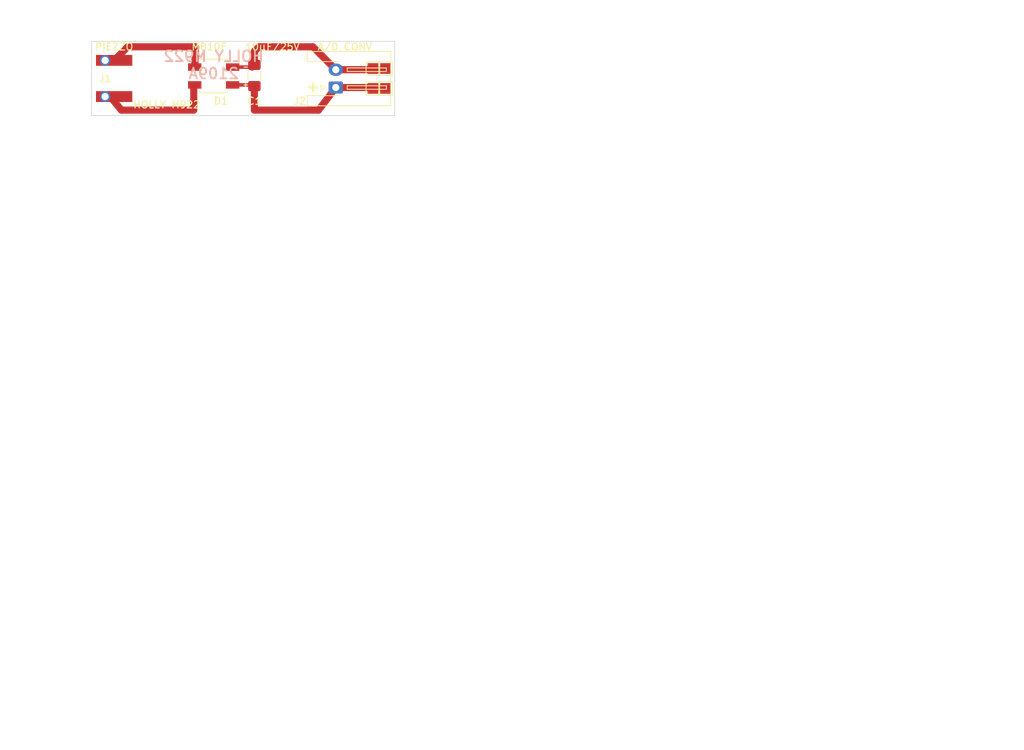
<source format=kicad_pcb>
(kicad_pcb (version 20221018) (generator pcbnew)
  (layers (0 "F.Cu" signal) (31 "B.Cu" signal) (34 "B.Paste" user) (35 "F.Paste" user) (36 "B.SilkS" user "B.Silkscreen") (37 "F.SilkS" user "F.Silkscreen") (38 "B.Mask" user) (39 "F.Mask" user) (44 "Edge.Cuts" user))
  (net 0 "")
  (net 1 "Net-(C1-Pad1)")
  (net 2 "Net-(D1-Pad2)")
  (net 3 "Net-(D1-Pad4)")
  (net 4 "Net-(C1-Pad2)")
  (footprint "Capacitor_SMD:C_1206_3216Metric_Pad1.42x1.75mm_HandSolder" (layer "F.Cu") (at 135.255 85.3075 90)
    (fp_text reference "C1" (at -3.5925 0 180) (layer "F.SilkS"))
    (fp_text value "10μF/25V" (at 4.0275 2.54 180) (layer "F.SilkS"))
    (fp_line (start -0.602064 -0.91) (end 0.602064 -0.91) (stroke (width 0.12)) (layer "F.SilkS"))
    (fp_line (start -0.602064 0.91) (end 0.602064 0.91) (stroke (width 0.12)) (layer "F.SilkS"))
    (pad "1" smd roundrect (at -1.4875 0 90) (size 1.425 1.75) (layers "F.Cu" "F.Paste" "F.Mask") (roundrect_rratio 0.175439) (net 1 "Net-(C1-Pad1)"))
    (pad "2" smd roundrect (at 1.4875 0 90) (size 1.425 1.75) (layers "F.Cu" "F.Paste" "F.Mask") (roundrect_rratio 0.175439) (net 4 "Net-(C1-Pad2)"))
  )
  (footprint "DIOB_MB10F-13" (layer "F.Cu") (at 129.54 85.378001 180)
    (fp_text reference "D1" (at -1.016 -3.521999) (layer "F.SilkS"))
    (fp_text value "MB10F" (at 0.635 4.098001) (layer "F.SilkS"))
    (fp_line (start -4.75 -1.25) (end -4.25 -1.25) (stroke (width 0.127)) (layer "F.SilkS"))
    (fp_line (start -4.75 1.25) (end -4.25 1.25) (stroke (width 0.127)) (layer "F.SilkS"))
    (fp_line (start -4.5 -1.5) (end -4.5 -1) (stroke (width 0.127)) (layer "F.SilkS"))
    (fp_line (start -1.925 -2.3625) (end -1.925 -2.095) (stroke (width 0.127)) (layer "F.SilkS"))
    (fp_line (start -1.925 2.095) (end -1.925 2.3625) (stroke (width 0.127)) (layer "F.SilkS"))
    (fp_line (start -1.925 2.3625) (end 1.925 2.3625) (stroke (width 0.127)) (layer "F.SilkS"))
    (fp_line (start 1.925 -2.3625) (end -1.925 -2.3625) (stroke (width 0.127)) (layer "F.SilkS"))
    (fp_line (start 1.925 -2.095) (end 1.925 -2.3625) (stroke (width 0.127)) (layer "F.SilkS"))
    (fp_line (start 1.925 2.3625) (end 1.925 2.095) (stroke (width 0.127)) (layer "F.SilkS"))
    (pad "1" smd rect (at -2.6625 -1.25 180) (size 1.875 1.05) (layers "F.Cu" "F.Paste" "F.Mask") (net 1 "Net-(C1-Pad1)"))
    (pad "2" smd rect (at 2.6625 -1.25 180) (size 1.875 1.05) (layers "F.Cu" "F.Paste" "F.Mask") (net 2 "Net-(D1-Pad2)"))
    (pad "3" smd rect (at -2.6625 1.25 180) (size 1.875 1.05) (layers "F.Cu" "F.Paste" "F.Mask") (net 4 "Net-(C1-Pad2)"))
    (pad "4" smd rect (at 2.6625 1.25 180) (size 1.875 1.05) (layers "F.Cu" "F.Paste" "F.Mask") (net 3 "Net-(D1-Pad4)"))
  )
  (footprint "HOLLY:LDT0-028K_MID" (layer "F.Cu") (at 113.03 83.185)
    (fp_text reference "J1" (at 1.27 2.54) (layer "F.SilkS"))
    (fp_text value "PIEZZO" (at 2.54 -1.905) (layer "F.SilkS"))
    (pad "1" thru_hole circle (at 1.27 0) (size 1.5 1.5) (drill 1) (layers "*.Cu" "*.Mask") (net 3 "Net-(D1-Pad4)"))
    (pad "1" smd custom (at 2.54 0) (size 5.1 1.524) (layers "F.Cu" "F.Paste" "F.Mask") (net 3 "Net-(D1-Pad4)") (options (clearance outline) (anchor rect)) (primitives))
    (pad "2" thru_hole circle (at 1.27 5.08) (size 1.5 1.5) (drill 1) (layers "*.Cu" "*.Mask") (net 2 "Net-(D1-Pad2)"))
    (pad "2" smd custom (at 2.54 5.08) (size 5.1 1.524) (layers "F.Cu" "F.Paste" "F.Mask") (net 2 "Net-(D1-Pad2)") (options (clearance outline) (anchor rect)) (primitives))
  )
  (footprint "Connector_JST:JST_XH_S2B-XH-A-1_1x02_P2.50mm_Horizontal" (layer "F.Cu") (at 146.685 86.995 90)
    (fp_text reference "J2" (at -1.905 -5.08 180) (layer "F.SilkS"))
    (fp_text value "A/D CONV" (at 5.715 1.27 180) (layer "F.SilkS"))
    (fp_line (start -2.56 -4.01) (end -1.14 -4.01) (stroke (width 0.12)) (layer "F.SilkS"))
    (fp_line (start -2.56 7.71) (end -2.56 -4.01) (stroke (width 0.12)) (layer "F.SilkS"))
    (fp_line (start -1.14 -4.01) (end -1.14 0.49) (stroke (width 0.12)) (layer "F.SilkS"))
    (fp_line (start -0.3 -2.1) (end 0.3 -2.1) (stroke (width 0.12)) (layer "F.SilkS"))
    (fp_line (start -0.25 1.6) (end -0.25 7.1) (stroke (width 0.12)) (layer "F.SilkS"))
    (fp_line (start -0.25 7.1) (end 0.25 7.1) (stroke (width 0.12)) (layer "F.SilkS"))
    (fp_line (start 0 -1.5) (end -0.3 -2.1) (stroke (width 0.12)) (layer "F.SilkS"))
    (fp_line (start 0.25 1.6) (end -0.25 1.6) (stroke (width 0.12)) (layer "F.SilkS"))
    (fp_line (start 0.25 7.1) (end 0.25 1.6) (stroke (width 0.12)) (layer "F.SilkS"))
    (fp_line (start 0.3 -2.1) (end 0 -1.5) (stroke (width 0.12)) (layer "F.SilkS"))
    (fp_line (start 1.25 7.71) (end -2.56 7.71) (stroke (width 0.12)) (layer "F.SilkS"))
    (fp_line (start 1.25 7.71) (end 5.06 7.71) (stroke (width 0.12)) (layer "F.SilkS"))
    (fp_line (start 2.25 1.6) (end 2.25 7.1) (stroke (width 0.12)) (layer "F.SilkS"))
    (fp_line (start 2.25 7.1) (end 2.75 7.1) (stroke (width 0.12)) (layer "F.SilkS"))
    (fp_line (start 2.75 1.6) (end 2.25 1.6) (stroke (width 0.12)) (layer "F.SilkS"))
    (fp_line (start 2.75 7.1) (end 2.75 1.6) (stroke (width 0.12)) (layer "F.SilkS"))
    (fp_line (start 3.64 -4.01) (end 3.64 0.49) (stroke (width 0.12)) (layer "F.SilkS"))
    (fp_line (start 5.06 -4.01) (end 3.64 -4.01) (stroke (width 0.12)) (layer "F.SilkS"))
    (fp_line (start 5.06 7.71) (end 5.06 -4.01) (stroke (width 0.12)) (layer "F.SilkS"))
    (pad "1" thru_hole roundrect (at 0 0 90) (size 1.7 2) (drill 1) (layers "*.Cu" "*.Mask") (roundrect_rratio 0.147059) (net 1 "Net-(C1-Pad1)"))
    (pad "2" thru_hole oval (at 2.5 0 90) (size 1.7 2) (drill 1) (layers "*.Cu" "*.Mask") (net 4 "Net-(C1-Pad2)"))
  )
  (footprint "MountingHole:MountingHole_2.7mm" (layer "F.Cu") (at 139.7 85.725)
    (fp_text reference "REF**" hide)
    (fp_text value "MountingHole_2.7mm" hide)
    (pad "" np_thru_hole circle (at 0 0) (size 2.7 2.7) (drill 2.7) (layers "*.Cu" "*.Mask"))
  )
  (footprint "MountingHole:MountingHole_2.7mm" (layer "F.Cu") (at 121.92 85.725)
    (fp_text reference "REF**" hide)
    (fp_text value "MountingHole_2.7mm" hide)
    (pad "" np_thru_hole circle (at 0 0) (size 2.7 2.7) (drill 2.7) (layers "*.Cu" "*.Mask"))
  )
  (footprint "" (layer "F.Cu") (at 122.682 88.646)
    (fp_text reference "" (at 113.03 83.185) (layer "F.SilkS") (effects (font (size 1.27 1.27))))
    (fp_text value "" (at 113.03 83.185) (layer "F.SilkS") (effects (font (size 1.27 1.27))))
    (fp_text user "HOLLY M922" (at 0.254 0.762 180) (layer "F.SilkS"))
  )
  (footprint "TestPoint:TestPoint_Pad_1.5x1.5mm" (layer "F.Cu") (at 151.892 87.122)
    (fp_text reference "TP1" hide)
    (fp_text value "TestPoint_Pad_1.5x1.5mm" hide)
    (fp_line (start -0.95 -0.95) (end 0.95 -0.95) (stroke (width 0.12)) (layer "F.SilkS"))
    (fp_line (start -0.95 0.95) (end -0.95 -0.95) (stroke (width 0.12)) (layer "F.SilkS"))
    (fp_line (start 0.95 -0.95) (end 0.95 0.95) (stroke (width 0.12)) (layer "F.SilkS"))
    (fp_line (start 0.95 0.95) (end -0.95 0.95) (stroke (width 0.12)) (layer "F.SilkS"))
    (pad "1" smd rect (at 0 0) (size 1.5 1.5) (layers "F.Cu" "F.Mask") (net 1 "Net-(C1-Pad1)"))
  )
  (footprint "TestPoint:TestPoint_Pad_1.5x1.5mm" (layer "F.Cu") (at 153.67 87.122)
    (fp_text reference "REF**" hide)
    (fp_text value "TestPoint_Pad_1.5x1.5mm" hide)
    (fp_line (start -0.95 -0.95) (end 0.95 -0.95) (stroke (width 0.12)) (layer "F.SilkS"))
    (fp_line (start -0.95 0.95) (end -0.95 -0.95) (stroke (width 0.12)) (layer "F.SilkS"))
    (fp_line (start 0.95 -0.95) (end 0.95 0.95) (stroke (width 0.12)) (layer "F.SilkS"))
    (fp_line (start 0.95 0.95) (end -0.95 0.95) (stroke (width 0.12)) (layer "F.SilkS"))
    (pad "1" smd rect (at 0 0) (size 1.5 1.5) (layers "F.Cu" "F.Mask") (net 1 "Net-(C1-Pad1)"))
  )
  (footprint "TestPoint:TestPoint_Pad_1.5x1.5mm" (layer "F.Cu") (at 153.67 84.328)
    (fp_text reference "REF**" hide)
    (fp_text value "TestPoint_Pad_1.5x1.5mm" hide)
    (fp_line (start -0.95 -0.95) (end 0.95 -0.95) (stroke (width 0.12)) (layer "F.SilkS"))
    (fp_line (start -0.95 0.95) (end -0.95 -0.95) (stroke (width 0.12)) (layer "F.SilkS"))
    (fp_line (start 0.95 -0.95) (end 0.95 0.95) (stroke (width 0.12)) (layer "F.SilkS"))
    (fp_line (start 0.95 0.95) (end -0.95 0.95) (stroke (width 0.12)) (layer "F.SilkS"))
    (pad "1" smd rect (at 0 0) (size 1.5 1.5) (layers "F.Cu" "F.Mask") (net 4 "Net-(C1-Pad2)"))
  )
  (footprint "TestPoint:TestPoint_Pad_1.5x1.5mm" (layer "F.Cu") (at 151.892 84.328)
    (fp_text reference "REF**" hide)
    (fp_text value "TestPoint_Pad_1.5x1.5mm" hide)
    (fp_line (start -0.95 -0.95) (end 0.95 -0.95) (stroke (width 0.12)) (layer "F.SilkS"))
    (fp_line (start -0.95 0.95) (end -0.95 -0.95) (stroke (width 0.12)) (layer "F.SilkS"))
    (fp_line (start 0.95 -0.95) (end 0.95 0.95) (stroke (width 0.12)) (layer "F.SilkS"))
    (fp_line (start 0.95 0.95) (end -0.95 0.95) (stroke (width 0.12)) (layer "F.SilkS"))
    (pad "1" smd rect (at 0 0) (size 1.5 1.5) (layers "F.Cu" "F.Mask") (net 4 "Net-(C1-Pad2)"))
  )
  (footprint "" (layer "F.Cu") (at 130.048 89.154)
    (fp_text reference "" (at 113.03 83.185) (layer "F.SilkS") (effects (font (size 1.27 1.27))))
    (fp_text value "" (at 113.03 83.185) (layer "F.SilkS") (effects (font (size 1.27 1.27))))
  )
  (footprint "" (layer "F.Cu") (at 120.65 96.52)
    (fp_text reference "" (at 113.03 83.185) (layer "F.SilkS") (effects (font (size 1.27 1.27))))
    (fp_text value "" (at 113.03 83.185) (layer "F.SilkS") (effects (font (size 1.27 1.27))))
  )
  (gr_line (start 112.395 80.518) (end 154.94 80.518) (stroke (width 0.1)) (layer "Edge.Cuts"))
  (gr_line (start 154.94 90.932) (end 112.395 90.932) (stroke (width 0.1)) (layer "Edge.Cuts"))
  (gr_line (start 112.395 90.932) (end 112.395 80.518) (stroke (width 0.1)) (layer "Edge.Cuts"))
  (gr_line (start 154.94 80.518) (end 154.94 90.932) (stroke (width 0.1)) (layer "Edge.Cuts"))
  (gr_text "HOLLY M922\n2109A" (at 129.54 83.82) (layer "B.SilkS") (effects (font (size 1.5 1.5) (thickness 0.25)) (justify mirror)))
  (gr_text "+" (at 143.51 86.868) (layer "F.SilkS") (effects (font (size 1.5 1.5) (thickness 0.3))))
  (segment (start 135.255 90.17) (end 144.26001 90.17) (width 1) (layer "F.Cu") (net 1))
  (segment (start 132.2025 86.628001) (end 135.088001 86.628001) (width 0.5) (layer "F.Cu") (net 1))
  (segment (start 146.685 86.995) (end 153.543 86.995) (width 1) (layer "F.Cu") (net 1))
  (segment (start 135.088001 86.628001) (end 135.255 86.795) (width 1) (layer "F.Cu") (net 1))
  (segment (start 144.26001 90.17) (end 146.685 86.995) (width 1) (layer "F.Cu") (net 1))
  (segment (start 153.543 86.995) (end 153.67 87.122) (width 1) (layer "F.Cu") (net 1))
  (segment (start 135.255 86.795) (end 135.255 89.916) (width 1) (layer "F.Cu") (net 1))
  (segment (start 126.746 89.916) (end 126.746 86.759501) (width 1) (layer "F.Cu") (net 2))
  (segment (start 126.746 86.759501) (end 126.8775 86.628001) (width 1) (layer "F.Cu") (net 2))
  (segment (start 115.43101 88.76101) (end 116.586 90.17) (width 1) (layer "F.Cu") (net 2))
  (segment (start 116.586 90.17) (end 126.746 90.17) (width 1) (layer "F.Cu") (net 2))
  (segment (start 127 81.28) (end 126.8775 84.128001) (width 1) (layer "F.Cu") (net 3))
  (segment (start 117.475 81.28) (end 127 81.28) (width 1) (layer "F.Cu") (net 3))
  (segment (start 115.57 83.185) (end 117.475 81.28) (width 1) (layer "F.Cu") (net 3))
  (segment (start 135.255 81.915) (end 135.89 81.28) (width 1) (layer "F.Cu") (net 4))
  (segment (start 134.946999 84.128001) (end 135.255 83.82) (width 1) (layer "F.Cu") (net 4))
  (segment (start 135.255 83.82) (end 135.255 81.915) (width 1) (layer "F.Cu") (net 4))
  (segment (start 135.89 81.28) (end 143.47 81.28) (width 1) (layer "F.Cu") (net 4))
  (segment (start 146.685 84.495) (end 153.503 84.495) (width 1) (layer "F.Cu") (net 4))
  (segment (start 143.47 81.28) (end 146.685 84.495) (width 1) (layer "F.Cu") (net 4))
  (segment (start 132.2025 84.128001) (end 134.946999 84.128001) (width 0.5) (layer "F.Cu") (net 4))
  (segment (start 153.503 84.495) (end 153.67 84.328) (width 1) (layer "F.Cu") (net 4))
)
</source>
